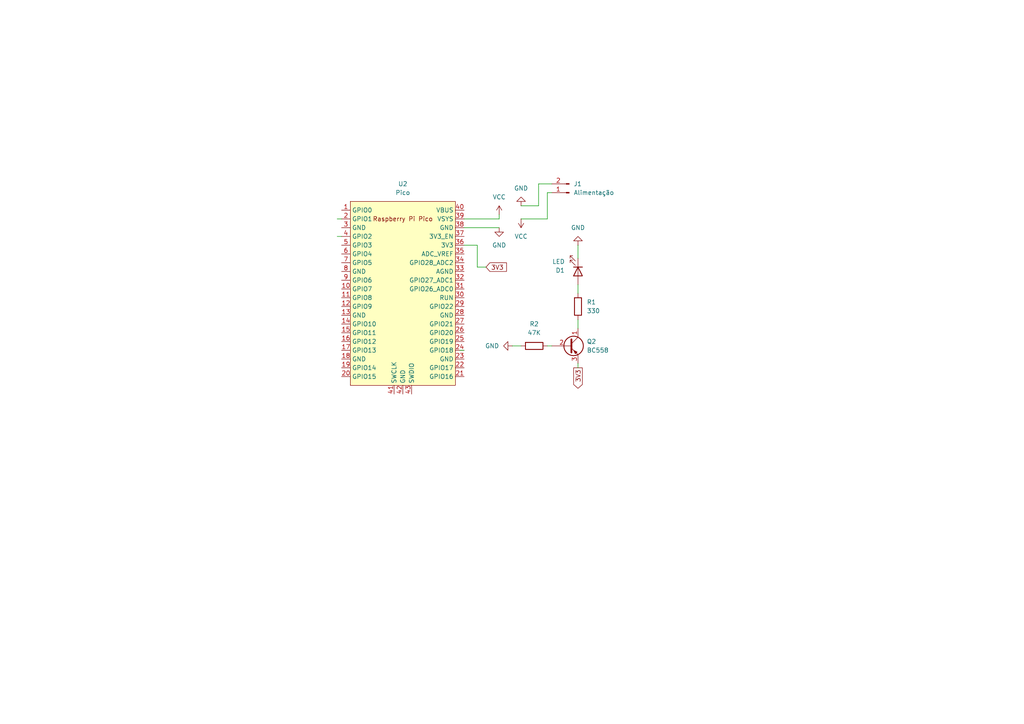
<source format=kicad_sch>
(kicad_sch (version 20231120) (generator "eeschema") (generator_version "8.0")
  (paper "A4")
  (lib_symbols
    (symbol "Connector:Conn_01x02_Pin" (pin_names (offset 1.016) hide)
      (property "Reference" "J" (at 0 2.54 0))
      (property "Value" "Conn_01x02_Pin" (at 0 -5.08 0))
      (symbol "Conn_01x02_Pin_1_1"
        (polyline (pts (xy 1.27 -2.54) (xy 0.8636 -2.54)) (stroke (width 0.1524)))
        (polyline (pts (xy 1.27 0) (xy 0.8636 0)) (stroke (width 0.1524)))
        (rectangle (start 0.8636 -2.413) (end 0 -2.667) (stroke (width 0.1524)) (fill (type outline)))
        (rectangle (start 0.8636 0.127) (end 0 -0.127) (stroke (width 0.1524)) (fill (type outline)))
        (pin passive line (at 5.08 0 180) (length 3.81) (name "Pin_1") (number "1"))
        (pin passive line (at 5.08 -2.54 180) (length 3.81) (name "Pin_2") (number "2"))
      )
    )
    (symbol "Device:LED" (pin_numbers hide) (pin_names (offset 1.016) hide)
      (property "Reference" "D" (at 0 2.54 0))
      (property "Value" "LED" (at 0 -2.54 0))
      (symbol "LED_0_1"
        (polyline (pts (xy -1.27 -1.27) (xy -1.27 1.27)) (stroke (width 0.254)))
        (polyline (pts (xy -1.27 0) (xy 1.27 0)))
        (polyline (pts (xy 1.27 -1.27) (xy 1.27 1.27) (xy -1.27 0) (xy 1.27 -1.27)) (stroke (width 0.254)))
        (polyline (pts (xy -3.048 -0.762) (xy -4.572 -2.286) (xy -3.81 -2.286) (xy -4.572 -2.286) (xy -4.572 -1.524)))
        (polyline (pts (xy -1.778 -0.762) (xy -3.302 -2.286) (xy -2.54 -2.286) (xy -3.302 -2.286) (xy -3.302 -1.524)))
      )
      (symbol "LED_1_1"
        (pin passive line (at -3.81 0 0) (length 2.54) (name "K") (number "1"))
        (pin passive line (at 3.81 0 180) (length 2.54) (name "A") (number "2"))
      )
    )
    (symbol "Device:R" (pin_numbers hide) (pin_names (offset 0))
      (property "Reference" "R" (at 2.032 0 90))
      (property "Value" "R" (at 0 0 90))
      (symbol "R_0_1"
        (rectangle (start -1.016 -2.54) (end 1.016 2.54) (stroke (width 0.254)))
      )
      (symbol "R_1_1"
        (pin passive line (at 0 3.81 270) (length 1.27) (name "~") (number "1"))
        (pin passive line (at 0 -3.81 90) (length 1.27) (name "~") (number "2"))
      )
    )
    (symbol "MCU_RaspberryPi_and_Boards:Pico"
      (property "Reference" "U" (at -13.97 27.94 0))
      (property "Value" "Pico" (at 0 19.05 0))
      (symbol "Pico_0_0"
        (text "Raspberry Pi Pico" (at 0 21.59 0) (effects (font (size 1.27 1.27))))
      )
      (symbol "Pico_0_1"
        (rectangle (start -15.24 26.67) (end 15.24 -26.67) (fill (type background)))
      )
      (symbol "Pico_1_1"
        (pin bidirectional line (at -17.78 24.13 0) (length 2.54) (name "GPIO0") (number "1"))
        (pin bidirectional line (at -17.78 1.27 0) (length 2.54) (name "GPIO7") (number "10"))
        (pin bidirectional line (at -17.78 -1.27 0) (length 2.54) (name "GPIO8") (number "11"))
        (pin bidirectional line (at -17.78 -3.81 0) (length 2.54) (name "GPIO9") (number "12"))
        (pin power_in line (at -17.78 -6.35 0) (length 2.54) (name "GND") (number "13"))
        (pin bidirectional line (at -17.78 -8.89 0) (length 2.54) (name "GPIO10") (number "14"))
        (pin bidirectional line (at -17.78 -11.43 0) (length 2.54) (name "GPIO11") (number "15"))
        (pin bidirectional line (at -17.78 -13.97 0) (length 2.54) (name "GPIO12") (number "16"))
        (pin bidirectional line (at -17.78 -16.51 0) (length 2.54) (name "GPIO13") (number "17"))
        (pin power_in line (at -17.78 -19.05 0) (length 2.54) (name "GND") (number "18"))
        (pin bidirectional line (at -17.78 -21.59 0) (length 2.54) (name "GPIO14") (number "19"))
        (pin bidirectional line (at -17.78 21.59 0) (length 2.54) (name "GPIO1") (number "2"))
        (pin bidirectional line (at -17.78 -24.13 0) (length 2.54) (name "GPIO15") (number "20"))
        (pin bidirectional line (at 17.78 -24.13 180) (length 2.54) (name "GPIO16") (number "21"))
        (pin bidirectional line (at 17.78 -21.59 180) (length 2.54) (name "GPIO17") (number "22"))
        (pin power_in line (at 17.78 -19.05 180) (length 2.54) (name "GND") (number "23"))
        (pin bidirectional line (at 17.78 -16.51 180) (length 2.54) (name "GPIO18") (number "24"))
        (pin bidirectional line (at 17.78 -13.97 180) (length 2.54) (name "GPIO19") (number "25"))
        (pin bidirectional line (at 17.78 -11.43 180) (length 2.54) (name "GPIO20") (number "26"))
        (pin bidirectional line (at 17.78 -8.89 180) (length 2.54) (name "GPIO21") (number "27"))
        (pin power_in line (at 17.78 -6.35 180) (length 2.54) (name "GND") (number "28"))
        (pin bidirectional line (at 17.78 -3.81 180) (length 2.54) (name "GPIO22") (number "29"))
        (pin power_in line (at -17.78 19.05 0) (length 2.54) (name "GND") (number "3"))
        (pin input line (at 17.78 -1.27 180) (length 2.54) (name "RUN") (number "30"))
        (pin bidirectional line (at 17.78 1.27 180) (length 2.54) (name "GPIO26_ADC0") (number "31"))
        (pin bidirectional line (at 17.78 3.81 180) (length 2.54) (name "GPIO27_ADC1") (number "32"))
        (pin power_in line (at 17.78 6.35 180) (length 2.54) (name "AGND") (number "33"))
        (pin bidirectional line (at 17.78 8.89 180) (length 2.54) (name "GPIO28_ADC2") (number "34"))
        (pin power_in line (at 17.78 11.43 180) (length 2.54) (name "ADC_VREF") (number "35"))
        (pin power_in line (at 17.78 13.97 180) (length 2.54) (name "3V3") (number "36"))
        (pin input line (at 17.78 16.51 180) (length 2.54) (name "3V3_EN") (number "37"))
        (pin bidirectional line (at 17.78 19.05 180) (length 2.54) (name "GND") (number "38"))
        (pin power_in line (at 17.78 21.59 180) (length 2.54) (name "VSYS") (number "39"))
        (pin bidirectional line (at -17.78 16.51 0) (length 2.54) (name "GPIO2") (number "4"))
        (pin power_in line (at 17.78 24.13 180) (length 2.54) (name "VBUS") (number "40"))
        (pin input line (at -2.54 -29.21 90) (length 2.54) (name "SWCLK") (number "41"))
        (pin power_in line (at 0 -29.21 90) (length 2.54) (name "GND") (number "42"))
        (pin bidirectional line (at 2.54 -29.21 90) (length 2.54) (name "SWDIO") (number "43"))
        (pin bidirectional line (at -17.78 13.97 0) (length 2.54) (name "GPIO3") (number "5"))
        (pin bidirectional line (at -17.78 11.43 0) (length 2.54) (name "GPIO4") (number "6"))
        (pin bidirectional line (at -17.78 8.89 0) (length 2.54) (name "GPIO5") (number "7"))
        (pin power_in line (at -17.78 6.35 0) (length 2.54) (name "GND") (number "8"))
        (pin bidirectional line (at -17.78 3.81 0) (length 2.54) (name "GPIO6") (number "9"))
      )
    )
    (symbol "Transistor_BJT:BC558" (pin_names (offset 0) hide)
      (property "Reference" "Q" (at 5.08 1.905 0))
      (property "Value" "BC558" (at 5.08 0 0))
      (symbol "BC558_0_1"
        (polyline (pts (xy 0.635 0.635) (xy 2.54 2.54)))
        (polyline (pts (xy 0.635 -0.635) (xy 2.54 -2.54) (xy 2.54 -2.54)))
        (polyline (pts (xy 0.635 1.905) (xy 0.635 -1.905) (xy 0.635 -1.905)) (stroke (width 0.508)))
        (polyline (pts (xy 2.286 -1.778) (xy 1.778 -2.286) (xy 1.27 -1.27) (xy 2.286 -1.778) (xy 2.286 -1.778)) (fill (type outline)))
        (circle (center 1.27 0) (radius 2.8194) (stroke (width 0.254)))
      )
      (symbol "BC558_1_1"
        (pin passive line (at 2.54 5.08 270) (length 2.54) (name "C") (number "1"))
        (pin input line (at -5.08 0 0) (length 5.715) (name "B") (number "2"))
        (pin passive line (at 2.54 -5.08 90) (length 2.54) (name "E") (number "3"))
      )
    )
    (symbol "power:GND" (power) (pin_numbers hide) (pin_names (offset 0) hide)
      (property "Value" "GND" (at 0 -3.81 0))
      (symbol "GND_0_1"
        (polyline (pts (xy 0 0) (xy 0 -1.27) (xy 1.27 -1.27) (xy 0 -2.54) (xy -1.27 -1.27) (xy 0 -1.27)))
      )
      (symbol "GND_1_1"
        (pin power_in line (at 0 0 270) (length 0) (name "~") (number "1"))
      )
    )
    (symbol "power:VCC" (power) (pin_numbers hide) (pin_names (offset 0) hide)
      (property "Value" "VCC" (at 0 3.556 0))
      (symbol "VCC_0_1"
        (polyline (pts (xy -0.762 1.27) (xy 0 2.54)))
        (polyline (pts (xy 0 0) (xy 0 2.54)))
        (polyline (pts (xy 0 2.54) (xy 0.762 1.27)))
      )
      (symbol "VCC_1_1"
        (pin power_in line (at 0 0 90) (length 0) (name "~") (number "1"))
      )
    )
  )
  (wire (pts (xy 134.62 63.5) (xy 144.78 63.5)))
  (wire (pts (xy 140.97 77.47) (xy 138.43 77.47)))
  (wire (pts (xy 138.43 71.12) (xy 134.62 71.12)))
  (wire (pts (xy 167.64 106.68) (xy 167.64 105.41)))
  (wire (pts (xy 158.75 55.88) (xy 158.75 63.5)))
  (wire (pts (xy 167.64 82.55) (xy 167.64 85.09)))
  (wire (pts (xy 167.64 92.71) (xy 167.64 95.25)))
  (wire (pts (xy 158.75 100.33) (xy 160.02 100.33)))
  (wire (pts (xy 167.64 71.12) (xy 167.64 74.93)))
  (wire (pts (xy 160.02 53.34) (xy 156.21 53.34)))
  (wire (pts (xy 158.75 55.88) (xy 160.02 55.88)))
  (wire (pts (xy 134.62 66.04) (xy 144.78 66.04)))
  (wire (pts (xy 138.43 77.47) (xy 138.43 71.12)))
  (wire (pts (xy 97.79 63.5) (xy 99.06 63.5)))
  (wire (pts (xy 158.75 63.5) (xy 151.13 63.5)))
  (wire (pts (xy 156.21 53.34) (xy 156.21 59.69)))
  (wire (pts (xy 156.21 59.69) (xy 151.13 59.69)))
  (wire (pts (xy 148.59 100.33) (xy 151.13 100.33)))
  (wire (pts (xy 97.79 68.58) (xy 99.06 68.58)))
  (wire (pts (xy 134.62 101.6) (xy 133.35 101.6)))
  (wire (pts (xy 144.78 63.5) (xy 144.78 62.23)))
  (global_label "3V3" (shape output) (at 167.64 106.68 270) (property "Intersheetrefs" "${INTERSHEET_REFS}" (effects (hide yes))))
  (global_label "3V3" (shape input) (at 140.97 77.47 0) (property "Intersheetrefs" "${INTERSHEET_REFS}" (effects (hide yes))))
  (symbol (lib_id "Connector:Conn_01x02_Pin") (at 165.1 55.88 180) (unit 1)
    (property "Reference" "J1" (at 166.37 53.3399 0) (effects (justify right)))
    (property "Value" "Alimentação" (at 166.37 55.8799 0) (effects (justify right)))
    (property "Footprint" "Connector_Hirose:Hirose_DF13-02P-1.25DSA_1x02_P1.25mm_Vertical" (effects (hide yes)))
    (property "Description" "Generic connector, single row, 01x02, script generated" (effects (hide yes)))
  )
  (symbol (lib_id "Device:R") (at 167.64 88.9 0) (unit 1)
    (property "Reference" "R1" (at 170.18 87.6299 0) (effects (justify left)))
    (property "Value" "330" (at 170.18 90.1699 0) (effects (justify left)))
    (property "Footprint" "Resistor_SMD:R_1206_3216Metric_Pad1.30x1.75mm_HandSolder" (effects (hide yes)))
    (property "Description" "Resistor" (effects (hide yes)))
  )
  (symbol (lib_id "power:VCC") (at 151.13 63.5 180) (unit 1)
    (property "Reference" "#PWR04" (effects (hide yes)))
    (property "Value" "VCC" (at 151.13 68.58 0))
    (property "Description" "Power symbol creates a global label with name \"VCC\"" (effects (hide yes)))
  )
  (symbol (lib_id "power:GND") (at 151.13 59.69 180) (unit 1)
    (property "Reference" "#PWR05" (effects (hide yes)))
    (property "Value" "GND" (at 151.13 54.61 0))
    (property "Description" "Power symbol creates a global label with name \"GND\" , ground" (effects (hide yes)))
  )
  (symbol (lib_id "MCU_RaspberryPi_and_Boards:Pico") (at 116.84 85.09 0) (unit 1)
    (property "Reference" "U2" (at 116.84 53.34 0))
    (property "Value" "Pico" (at 116.84 55.88 0))
    (property "Footprint" "MCU_RaspberryPi_and_Boards:RPi_Pico_SMD_TH" (effects (hide yes)))
  )
  (symbol (lib_id "power:GND") (at 144.78 66.04 0) (unit 1)
    (property "Reference" "#PWR03" (effects (hide yes)))
    (property "Value" "GND" (at 144.78 71.12 0))
    (property "Description" "Power symbol creates a global label with name \"GND\" , ground" (effects (hide yes)))
  )
  (symbol (lib_id "Device:LED") (at 167.64 78.74 270) (unit 1)
    (property "Reference" "D1" (at 163.83 78.4226 90) (effects (justify right)))
    (property "Value" "LED" (at 163.83 75.8826 90) (effects (justify right)))
    (property "Footprint" "LED_THT:LED_D1.8mm_W1.8mm_H2.4mm_Horizontal_O3.81mm_Z1.6mm" (effects (hide yes)))
    (property "Description" "Light emitting diode" (effects (hide yes)))
  )
  (symbol (lib_id "Transistor_BJT:BC558") (at 165.1 100.33 0) (unit 1)
    (property "Reference" "Q2" (at 170.18 99.0599 0) (effects (justify left)))
    (property "Value" "BC558" (at 170.18 101.5999 0) (effects (justify left)))
    (property "Footprint" "Package_TO_SOT_THT:TO-92_Inline" (effects (hide yes)))
    (property "Datasheet" "https://www.onsemi.com/pub/Collateral/BC556BTA-D.pdf" (effects (hide yes)))
    (property "Description" "0.1A Ic, 30V Vce, PNP Small Signal Transistor, TO-92" (effects (hide yes)))
  )
  (symbol (lib_id "power:VCC") (at 144.78 62.23 0) (unit 1)
    (property "Reference" "#PWR02" (effects (hide yes)))
    (property "Value" "VCC" (at 144.78 57.15 0))
    (property "Description" "Power symbol creates a global label with name \"VCC\"" (effects (hide yes)))
  )
  (symbol (lib_id "Device:R") (at 154.94 100.33 90) (unit 1)
    (property "Reference" "R2" (at 154.94 93.98 90))
    (property "Value" "47K" (at 154.94 96.52 90))
    (property "Footprint" "Resistor_SMD:R_1206_3216Metric_Pad1.30x1.75mm_HandSolder" (effects (hide yes)))
    (property "Description" "Resistor" (effects (hide yes)))
  )
  (symbol (lib_id "power:GND") (at 167.64 71.12 180) (unit 1)
    (property "Reference" "#PWR01" (effects (hide yes)))
    (property "Value" "GND" (at 167.64 66.04 0))
    (property "Description" "Power symbol creates a global label with name \"GND\" , ground" (effects (hide yes)))
  )
  (symbol (lib_id "power:GND") (at 148.59 100.33 270) (unit 1)
    (property "Reference" "#PWR06" (effects (hide yes)))
    (property "Value" "GND" (at 144.78 100.3299 90) (effects (justify right)))
    (property "Description" "Power symbol creates a global label with name \"GND\" , ground" (effects (hide yes)))
  )
)
</source>
